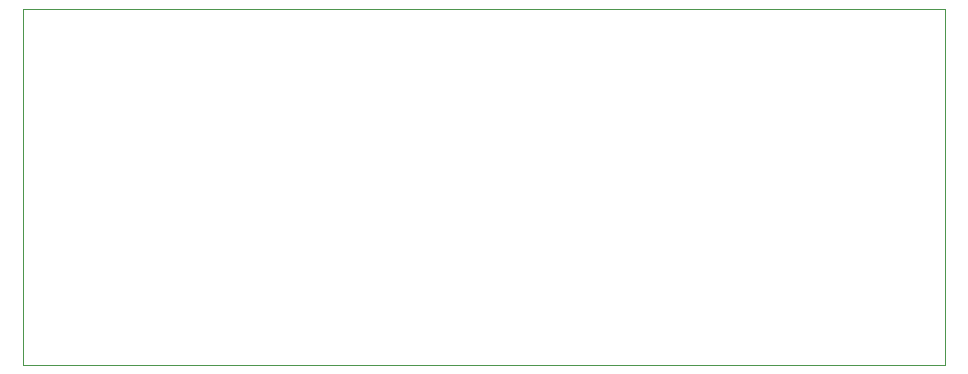
<source format=gko>
G75*
%MOIN*%
%OFA0B0*%
%FSLAX24Y24*%
%IPPOS*%
%LPD*%
%AMOC8*
5,1,8,0,0,1.08239X$1,22.5*
%
%ADD10C,0.0000*%
D10*
X000215Y000105D02*
X000215Y011975D01*
X030957Y011975D01*
X030957Y000105D01*
X000215Y000105D01*
M02*

</source>
